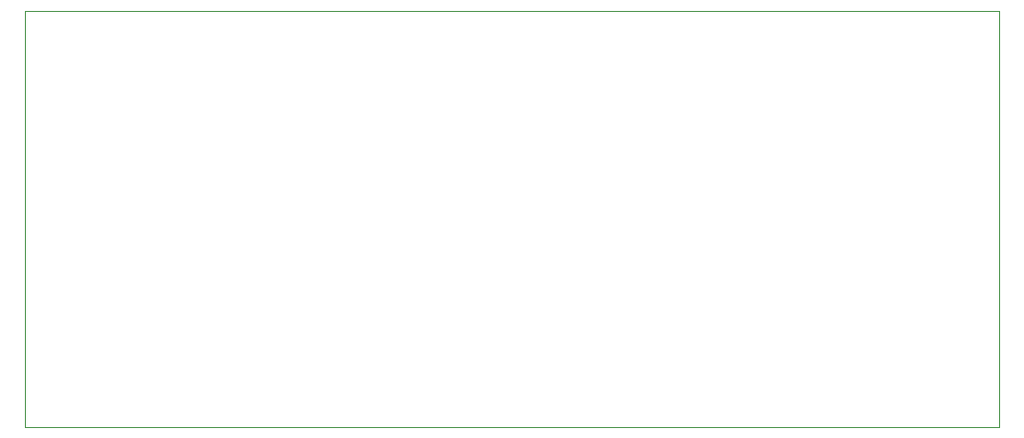
<source format=gbr>
%TF.GenerationSoftware,KiCad,Pcbnew,8.0.5*%
%TF.CreationDate,2024-10-10T12:36:06+02:00*%
%TF.ProjectId,MosTest_GanFet,4d6f7354-6573-4745-9f47-616e4665742e,rev?*%
%TF.SameCoordinates,Original*%
%TF.FileFunction,Profile,NP*%
%FSLAX46Y46*%
G04 Gerber Fmt 4.6, Leading zero omitted, Abs format (unit mm)*
G04 Created by KiCad (PCBNEW 8.0.5) date 2024-10-10 12:36:06*
%MOMM*%
%LPD*%
G01*
G04 APERTURE LIST*
%TA.AperFunction,Profile*%
%ADD10C,0.050000*%
%TD*%
G04 APERTURE END LIST*
D10*
X78000000Y-16000000D02*
X160855000Y-16000000D01*
X160855000Y-51404000D01*
X78000000Y-51404000D01*
X78000000Y-16000000D01*
M02*

</source>
